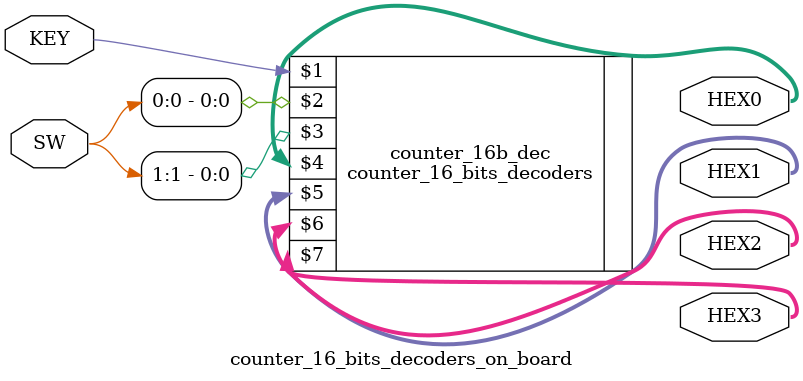
<source format=v>
module counter_16_bits_decoders_on_board(input [0:0] KEY, 
													  input [1:0] SW,
													  output [0:6] HEX0, HEX1, HEX2, HEX3);
	
	counter_16_bits_decoders counter_16b_dec(KEY[0], SW[0], SW[1], HEX0[0:6], HEX1[0:6], HEX2[0:6], HEX3[0:6]);

endmodule

											
</source>
